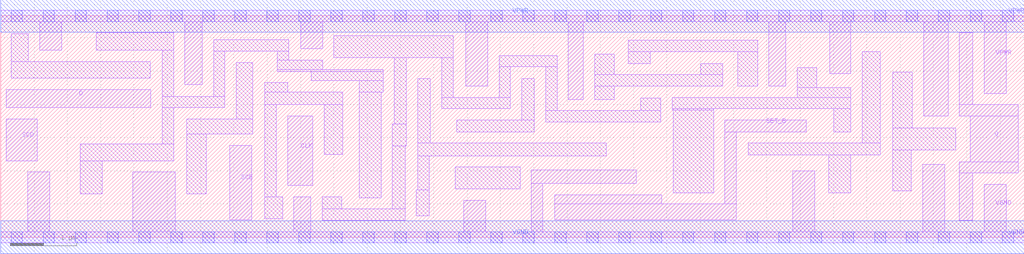
<source format=lef>
# Copyright 2020 The SkyWater PDK Authors
#
# Licensed under the Apache License, Version 2.0 (the "License");
# you may not use this file except in compliance with the License.
# You may obtain a copy of the License at
#
#     https://www.apache.org/licenses/LICENSE-2.0
#
# Unless required by applicable law or agreed to in writing, software
# distributed under the License is distributed on an "AS IS" BASIS,
# WITHOUT WARRANTIES OR CONDITIONS OF ANY KIND, either express or implied.
# See the License for the specific language governing permissions and
# limitations under the License.
#
# SPDX-License-Identifier: Apache-2.0

VERSION 5.7 ;
  NAMESCASESENSITIVE ON ;
  NOWIREEXTENSIONATPIN ON ;
  DIVIDERCHAR "/" ;
  BUSBITCHARS "[]" ;
UNITS
  DATABASE MICRONS 200 ;
END UNITS
MACRO sky130_fd_sc_lp__sdfstp_2
  CLASS CORE ;
  SOURCE USER ;
  FOREIGN sky130_fd_sc_lp__sdfstp_2 ;
  ORIGIN  0.000000  0.000000 ;
  SIZE  15.36000 BY  3.330000 ;
  SYMMETRY X Y R90 ;
  SITE unit ;
  PIN D
    ANTENNAGATEAREA  0.159000 ;
    DIRECTION INPUT ;
    USE SIGNAL ;
    PORT
      LAYER li1 ;
        RECT 0.085000 1.950000 2.255000 2.225000 ;
    END
  END D
  PIN Q
    ANTENNADIFFAREA  0.588000 ;
    DIRECTION OUTPUT ;
    USE SIGNAL ;
    PORT
      LAYER li1 ;
        RECT 14.390000 0.255000 14.590000 0.965000 ;
        RECT 14.390000 0.965000 15.275000 1.135000 ;
        RECT 14.390000 1.825000 15.275000 1.995000 ;
        RECT 14.390000 1.995000 14.590000 3.075000 ;
        RECT 14.555000 1.135000 15.275000 1.825000 ;
    END
  END Q
  PIN SCD
    ANTENNAGATEAREA  0.159000 ;
    DIRECTION INPUT ;
    USE SIGNAL ;
    PORT
      LAYER li1 ;
        RECT 0.085000 1.150000 0.550000 1.780000 ;
    END
  END SCD
  PIN SCE
    ANTENNAGATEAREA  0.318000 ;
    DIRECTION INPUT ;
    USE SIGNAL ;
    PORT
      LAYER li1 ;
        RECT 3.435000 0.265000 3.765000 1.380000 ;
    END
  END SCE
  PIN SET_B
    ANTENNAGATEAREA  0.252000 ;
    DIRECTION INPUT ;
    USE SIGNAL ;
    PORT
      LAYER li1 ;
        RECT  8.315000 0.265000 11.040000 0.500000 ;
        RECT  8.315000 0.500000  9.925000 0.640000 ;
        RECT 10.870000 0.500000 11.040000 1.585000 ;
        RECT 10.870000 1.585000 12.090000 1.765000 ;
    END
  END SET_B
  PIN CLK
    ANTENNAGATEAREA  0.159000 ;
    DIRECTION INPUT ;
    USE CLOCK ;
    PORT
      LAYER li1 ;
        RECT 4.305000 0.780000 4.685000 1.825000 ;
    END
  END CLK
  PIN VGND
    DIRECTION INOUT ;
    USE GROUND ;
    PORT
      LAYER li1 ;
        RECT  0.000000 -0.085000 15.360000 0.085000 ;
        RECT  0.405000  0.085000  0.735000 0.980000 ;
        RECT  1.985000  0.085000  2.620000 0.980000 ;
        RECT  4.400000  0.085000  4.655000 0.610000 ;
        RECT  6.950000  0.085000  7.280000 0.555000 ;
        RECT  7.965000  0.085000  8.135000 0.810000 ;
        RECT  7.965000  0.810000  9.540000 1.010000 ;
        RECT 11.885000  0.085000 12.215000 0.995000 ;
        RECT 13.840000  0.085000 14.170000 1.095000 ;
        RECT 14.760000  0.085000 15.090000 0.795000 ;
      LAYER mcon ;
        RECT  0.155000 -0.085000  0.325000 0.085000 ;
        RECT  0.635000 -0.085000  0.805000 0.085000 ;
        RECT  1.115000 -0.085000  1.285000 0.085000 ;
        RECT  1.595000 -0.085000  1.765000 0.085000 ;
        RECT  2.075000 -0.085000  2.245000 0.085000 ;
        RECT  2.555000 -0.085000  2.725000 0.085000 ;
        RECT  3.035000 -0.085000  3.205000 0.085000 ;
        RECT  3.515000 -0.085000  3.685000 0.085000 ;
        RECT  3.995000 -0.085000  4.165000 0.085000 ;
        RECT  4.475000 -0.085000  4.645000 0.085000 ;
        RECT  4.955000 -0.085000  5.125000 0.085000 ;
        RECT  5.435000 -0.085000  5.605000 0.085000 ;
        RECT  5.915000 -0.085000  6.085000 0.085000 ;
        RECT  6.395000 -0.085000  6.565000 0.085000 ;
        RECT  6.875000 -0.085000  7.045000 0.085000 ;
        RECT  7.355000 -0.085000  7.525000 0.085000 ;
        RECT  7.835000 -0.085000  8.005000 0.085000 ;
        RECT  8.315000 -0.085000  8.485000 0.085000 ;
        RECT  8.795000 -0.085000  8.965000 0.085000 ;
        RECT  9.275000 -0.085000  9.445000 0.085000 ;
        RECT  9.755000 -0.085000  9.925000 0.085000 ;
        RECT 10.235000 -0.085000 10.405000 0.085000 ;
        RECT 10.715000 -0.085000 10.885000 0.085000 ;
        RECT 11.195000 -0.085000 11.365000 0.085000 ;
        RECT 11.675000 -0.085000 11.845000 0.085000 ;
        RECT 12.155000 -0.085000 12.325000 0.085000 ;
        RECT 12.635000 -0.085000 12.805000 0.085000 ;
        RECT 13.115000 -0.085000 13.285000 0.085000 ;
        RECT 13.595000 -0.085000 13.765000 0.085000 ;
        RECT 14.075000 -0.085000 14.245000 0.085000 ;
        RECT 14.555000 -0.085000 14.725000 0.085000 ;
        RECT 15.035000 -0.085000 15.205000 0.085000 ;
      LAYER met1 ;
        RECT 0.000000 -0.245000 15.360000 0.245000 ;
    END
  END VGND
  PIN VPWR
    DIRECTION INOUT ;
    USE POWER ;
    PORT
      LAYER li1 ;
        RECT  0.000000 3.245000 15.360000 3.415000 ;
        RECT  0.585000 2.815000  0.915000 3.245000 ;
        RECT  2.765000 2.300000  3.025000 3.245000 ;
        RECT  4.500000 2.835000  4.830000 3.245000 ;
        RECT  6.980000 2.275000  7.310000 3.245000 ;
        RECT  8.520000 2.075000  8.745000 3.245000 ;
        RECT 11.530000 2.275000 11.785000 3.245000 ;
        RECT 12.440000 2.460000 12.760000 3.245000 ;
        RECT 13.855000 1.825000 14.220000 3.245000 ;
        RECT 14.760000 2.165000 15.090000 3.245000 ;
      LAYER mcon ;
        RECT  0.155000 3.245000  0.325000 3.415000 ;
        RECT  0.635000 3.245000  0.805000 3.415000 ;
        RECT  1.115000 3.245000  1.285000 3.415000 ;
        RECT  1.595000 3.245000  1.765000 3.415000 ;
        RECT  2.075000 3.245000  2.245000 3.415000 ;
        RECT  2.555000 3.245000  2.725000 3.415000 ;
        RECT  3.035000 3.245000  3.205000 3.415000 ;
        RECT  3.515000 3.245000  3.685000 3.415000 ;
        RECT  3.995000 3.245000  4.165000 3.415000 ;
        RECT  4.475000 3.245000  4.645000 3.415000 ;
        RECT  4.955000 3.245000  5.125000 3.415000 ;
        RECT  5.435000 3.245000  5.605000 3.415000 ;
        RECT  5.915000 3.245000  6.085000 3.415000 ;
        RECT  6.395000 3.245000  6.565000 3.415000 ;
        RECT  6.875000 3.245000  7.045000 3.415000 ;
        RECT  7.355000 3.245000  7.525000 3.415000 ;
        RECT  7.835000 3.245000  8.005000 3.415000 ;
        RECT  8.315000 3.245000  8.485000 3.415000 ;
        RECT  8.795000 3.245000  8.965000 3.415000 ;
        RECT  9.275000 3.245000  9.445000 3.415000 ;
        RECT  9.755000 3.245000  9.925000 3.415000 ;
        RECT 10.235000 3.245000 10.405000 3.415000 ;
        RECT 10.715000 3.245000 10.885000 3.415000 ;
        RECT 11.195000 3.245000 11.365000 3.415000 ;
        RECT 11.675000 3.245000 11.845000 3.415000 ;
        RECT 12.155000 3.245000 12.325000 3.415000 ;
        RECT 12.635000 3.245000 12.805000 3.415000 ;
        RECT 13.115000 3.245000 13.285000 3.415000 ;
        RECT 13.595000 3.245000 13.765000 3.415000 ;
        RECT 14.075000 3.245000 14.245000 3.415000 ;
        RECT 14.555000 3.245000 14.725000 3.415000 ;
        RECT 15.035000 3.245000 15.205000 3.415000 ;
      LAYER met1 ;
        RECT 0.000000 3.085000 15.360000 3.575000 ;
    END
  END VPWR
  OBS
    LAYER li1 ;
      RECT  0.155000 2.395000  2.245000 2.645000 ;
      RECT  0.155000 2.645000  0.415000 3.065000 ;
      RECT  1.195000 0.650000  1.525000 1.150000 ;
      RECT  1.195000 1.150000  2.595000 1.405000 ;
      RECT  1.430000 2.815000  2.595000 3.075000 ;
      RECT  2.425000 1.405000  2.595000 1.950000 ;
      RECT  2.425000 1.950000  3.365000 2.120000 ;
      RECT  2.425000 2.120000  2.595000 2.815000 ;
      RECT  2.790000 0.650000  3.085000 1.550000 ;
      RECT  2.790000 1.550000  3.785000 1.780000 ;
      RECT  3.195000 2.120000  3.365000 2.800000 ;
      RECT  3.195000 2.800000  4.320000 2.970000 ;
      RECT  3.535000 1.780000  3.785000 2.630000 ;
      RECT  3.965000 0.280000  4.230000 0.610000 ;
      RECT  3.965000 0.610000  4.135000 1.995000 ;
      RECT  3.965000 1.995000  5.135000 2.185000 ;
      RECT  3.965000 2.185000  4.305000 2.325000 ;
      RECT  4.150000 2.495000  5.740000 2.525000 ;
      RECT  4.150000 2.525000  4.830000 2.665000 ;
      RECT  4.150000 2.665000  4.320000 2.800000 ;
      RECT  4.660000 2.355000  5.740000 2.495000 ;
      RECT  4.825000 0.255000  6.070000 0.425000 ;
      RECT  4.825000 0.425000  5.120000 0.610000 ;
      RECT  4.855000 1.245000  5.135000 1.995000 ;
      RECT  5.000000 2.705000  6.790000 3.035000 ;
      RECT  5.380000 0.595000  5.710000 2.185000 ;
      RECT  5.380000 2.185000  5.740000 2.355000 ;
      RECT  5.880000 0.425000  6.070000 1.375000 ;
      RECT  5.880000 1.375000  6.090000 1.705000 ;
      RECT  5.910000 1.705000  6.090000 2.705000 ;
      RECT  6.240000 0.325000  6.430000 0.715000 ;
      RECT  6.260000 0.715000  6.430000 1.225000 ;
      RECT  6.260000 1.225000  9.085000 1.415000 ;
      RECT  6.260000 1.415000  6.450000 2.385000 ;
      RECT  6.620000 1.935000  7.650000 2.105000 ;
      RECT  6.620000 2.105000  6.790000 2.705000 ;
      RECT  6.825000 0.725000  7.795000 1.055000 ;
      RECT  6.845000 1.585000  8.010000 1.765000 ;
      RECT  7.480000 2.105000  7.650000 2.565000 ;
      RECT  7.480000 2.565000  8.350000 2.735000 ;
      RECT  7.820000 1.765000  8.010000 2.385000 ;
      RECT  8.180000 1.735000  9.910000 1.905000 ;
      RECT  8.180000 1.905000  8.350000 2.565000 ;
      RECT  8.915000 2.075000  9.210000 2.275000 ;
      RECT  8.915000 2.275000 10.840000 2.445000 ;
      RECT  8.915000 2.445000  9.210000 2.755000 ;
      RECT  9.420000 2.615000  9.750000 2.795000 ;
      RECT  9.420000 2.795000 11.360000 2.965000 ;
      RECT  9.610000 1.905000  9.910000 2.095000 ;
      RECT 10.080000 1.915000 10.700000 1.935000 ;
      RECT 10.080000 1.935000 12.760000 2.105000 ;
      RECT 10.095000 0.670000 10.700000 1.915000 ;
      RECT 10.510000 2.445000 10.840000 2.615000 ;
      RECT 11.060000 2.275000 11.360000 2.795000 ;
      RECT 11.220000 1.235000 13.200000 1.415000 ;
      RECT 11.955000 2.105000 12.760000 2.255000 ;
      RECT 11.955000 2.255000 12.250000 2.550000 ;
      RECT 12.425000 0.665000 12.755000 1.235000 ;
      RECT 12.500000 1.585000 12.760000 1.935000 ;
      RECT 12.930000 1.415000 13.200000 2.790000 ;
      RECT 13.390000 0.700000 13.670000 1.315000 ;
      RECT 13.390000 1.315000 14.335000 1.645000 ;
      RECT 13.390000 1.645000 13.685000 2.485000 ;
  END
END sky130_fd_sc_lp__sdfstp_2

</source>
